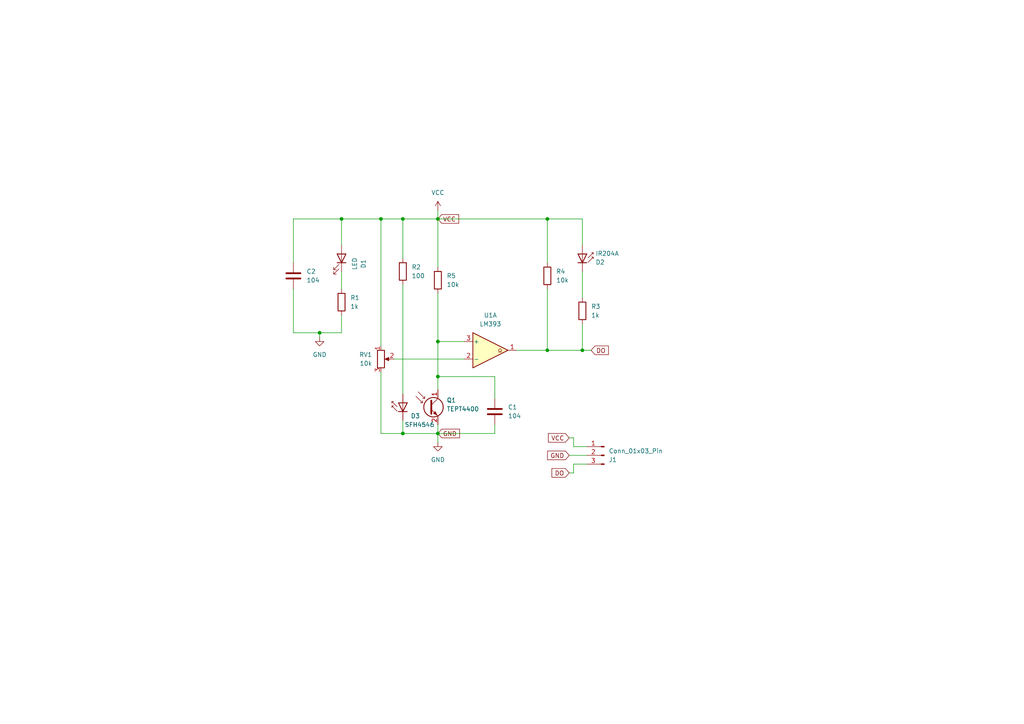
<source format=kicad_sch>
(kicad_sch (version 20231120) (generator "eeschema") (generator_version "8.0")
  (paper "A4")
  (lib_symbols
    (symbol "Comparator:LM393" (pin_names (offset 0.127))
      (property "Reference" "U" (at 3.81 3.81 0))
      (property "Value" "LM393" (at 6.35 -3.81 0))
      (symbol "LM393_1_1"
        (polyline (pts (xy -5.08 5.08) (xy 5.08 0) (xy -5.08 -5.08) (xy -5.08 5.08)) (stroke (width 0.254)) (fill (type background)))
        (polyline (pts (xy 3.302 -0.508) (xy 2.794 -0.508) (xy 3.302 0) (xy 2.794 0.508) (xy 2.286 0) (xy 2.794 -0.508) (xy 2.286 -0.508)) (stroke (width 0.127)))
        (pin open_collector line (at 7.62 0 180) (length 2.54) (name "~") (number "1"))
        (pin input line (at -7.62 -2.54 0) (length 2.54) (name "-") (number "2"))
        (pin input line (at -7.62 2.54 0) (length 2.54) (name "+") (number "3"))
      )
      (symbol "LM393_2_1"
        (polyline (pts (xy -5.08 5.08) (xy 5.08 0) (xy -5.08 -5.08) (xy -5.08 5.08)) (stroke (width 0.254)) (fill (type background)))
        (polyline (pts (xy 3.302 -0.508) (xy 2.794 -0.508) (xy 3.302 0) (xy 2.794 0.508) (xy 2.286 0) (xy 2.794 -0.508) (xy 2.286 -0.508)) (stroke (width 0.127)))
        (pin input line (at -7.62 2.54 0) (length 2.54) (name "+") (number "5"))
        (pin input line (at -7.62 -2.54 0) (length 2.54) (name "-") (number "6"))
        (pin open_collector line (at 7.62 0 180) (length 2.54) (name "~") (number "7"))
      )
      (symbol "LM393_3_1"
        (pin power_in line (at -2.54 -7.62 90) (length 3.81) (name "V-") (number "4"))
        (pin power_in line (at -2.54 7.62 270) (length 3.81) (name "V+") (number "8"))
      )
    )
    (symbol "Connector:Conn_01x03_Pin" (pin_names (offset 1.016) hide)
      (property "Reference" "J" (at 0 5.08 0))
      (property "Value" "Conn_01x03_Pin" (at 0 -5.08 0))
      (symbol "Conn_01x03_Pin_1_1"
        (polyline (pts (xy 1.27 -2.54) (xy 0.8636 -2.54)) (stroke (width 0.1524)))
        (polyline (pts (xy 1.27 0) (xy 0.8636 0)) (stroke (width 0.1524)))
        (polyline (pts (xy 1.27 2.54) (xy 0.8636 2.54)) (stroke (width 0.1524)))
        (rectangle (start 0.8636 -2.413) (end 0 -2.667) (stroke (width 0.1524)) (fill (type outline)))
        (rectangle (start 0.8636 0.127) (end 0 -0.127) (stroke (width 0.1524)) (fill (type outline)))
        (rectangle (start 0.8636 2.667) (end 0 2.413) (stroke (width 0.1524)) (fill (type outline)))
        (pin passive line (at 5.08 2.54 180) (length 3.81) (name "Pin_1") (number "1"))
        (pin passive line (at 5.08 0 180) (length 3.81) (name "Pin_2") (number "2"))
        (pin passive line (at 5.08 -2.54 180) (length 3.81) (name "Pin_3") (number "3"))
      )
    )
    (symbol "Device:C" (pin_numbers hide) (pin_names (offset 0.254))
      (property "Reference" "C" (at 0.635 2.54 0))
      (property "Value" "C" (at 0.635 -2.54 0))
      (symbol "C_0_1"
        (polyline (pts (xy -2.032 -0.762) (xy 2.032 -0.762)) (stroke (width 0.508)))
        (polyline (pts (xy -2.032 0.762) (xy 2.032 0.762)) (stroke (width 0.508)))
      )
      (symbol "C_1_1"
        (pin passive line (at 0 3.81 270) (length 2.794) (name "~") (number "1"))
        (pin passive line (at 0 -3.81 90) (length 2.794) (name "~") (number "2"))
      )
    )
    (symbol "Device:LED" (pin_numbers hide) (pin_names (offset 1.016) hide)
      (property "Reference" "D" (at 0 2.54 0))
      (property "Value" "LED" (at 0 -2.54 0))
      (symbol "LED_0_1"
        (polyline (pts (xy -1.27 -1.27) (xy -1.27 1.27)) (stroke (width 0.254)))
        (polyline (pts (xy -1.27 0) (xy 1.27 0)))
        (polyline (pts (xy 1.27 -1.27) (xy 1.27 1.27) (xy -1.27 0) (xy 1.27 -1.27)) (stroke (width 0.254)))
        (polyline (pts (xy -3.048 -0.762) (xy -4.572 -2.286) (xy -3.81 -2.286) (xy -4.572 -2.286) (xy -4.572 -1.524)))
        (polyline (pts (xy -1.778 -0.762) (xy -3.302 -2.286) (xy -2.54 -2.286) (xy -3.302 -2.286) (xy -3.302 -1.524)))
      )
      (symbol "LED_1_1"
        (pin passive line (at -3.81 0 0) (length 2.54) (name "K") (number "1"))
        (pin passive line (at 3.81 0 180) (length 2.54) (name "A") (number "2"))
      )
    )
    (symbol "Device:R" (pin_numbers hide) (pin_names (offset 0))
      (property "Reference" "R" (at 2.032 0 90))
      (property "Value" "R" (at 0 0 90))
      (symbol "R_0_1"
        (rectangle (start -1.016 -2.54) (end 1.016 2.54) (stroke (width 0.254)))
      )
      (symbol "R_1_1"
        (pin passive line (at 0 3.81 270) (length 1.27) (name "~") (number "1"))
        (pin passive line (at 0 -3.81 90) (length 1.27) (name "~") (number "2"))
      )
    )
    (symbol "Device:R_Potentiometer" (pin_names (offset 1.016) hide)
      (property "Reference" "RV" (at -4.445 0 90))
      (property "Value" "R_Potentiometer" (at -2.54 0 90))
      (symbol "R_Potentiometer_0_1"
        (polyline (pts (xy 2.54 0) (xy 1.524 0)))
        (polyline (pts (xy 1.143 0) (xy 2.286 0.508) (xy 2.286 -0.508) (xy 1.143 0)) (fill (type outline)))
        (rectangle (start 1.016 2.54) (end -1.016 -2.54) (stroke (width 0.254)))
      )
      (symbol "R_Potentiometer_1_1"
        (pin passive line (at 0 3.81 270) (length 1.27) (name "1") (number "1"))
        (pin passive line (at 3.81 0 180) (length 1.27) (name "2") (number "2"))
        (pin passive line (at 0 -3.81 90) (length 1.27) (name "3") (number "3"))
      )
    )
    (symbol "LED:IR204A" (pin_numbers hide) (pin_names (offset 1.016) hide)
      (property "Reference" "D" (at 0.508 1.778 0))
      (property "Value" "IR204A" (at -1.016 -2.794 0))
      (symbol "IR204A_0_1"
        (polyline (pts (xy -2.54 1.27) (xy -2.54 -1.27)) (stroke (width 0.254)))
        (polyline (pts (xy 0 0) (xy -2.54 0)))
        (polyline (pts (xy 0.381 3.175) (xy -0.127 3.175)))
        (polyline (pts (xy -1.143 1.651) (xy 0.381 3.175) (xy 0.381 2.667)))
        (polyline (pts (xy 0 1.27) (xy -2.54 0) (xy 0 -1.27) (xy 0 1.27)) (stroke (width 0.254)))
        (polyline (pts (xy -2.413 1.651) (xy -0.889 3.175) (xy -0.889 2.667) (xy -0.889 3.175) (xy -1.397 3.175)))
      )
      (symbol "IR204A_1_1"
        (pin passive line (at -5.08 0 0) (length 2.54) (name "K") (number "1"))
        (pin passive line (at 2.54 0 180) (length 2.54) (name "A") (number "2"))
      )
    )
    (symbol "LED:SFH4546" (pin_numbers hide) (pin_names (offset 1.016) hide)
      (property "Reference" "D" (at 0.508 1.778 0))
      (property "Value" "SFH4546" (at -1.016 -2.794 0))
      (symbol "SFH4546_0_1"
        (polyline (pts (xy -2.54 1.27) (xy -2.54 -1.27)) (stroke (width 0.254)))
        (polyline (pts (xy 0 0) (xy -2.54 0)))
        (polyline (pts (xy 0.381 3.175) (xy -0.127 3.175)))
        (polyline (pts (xy -1.143 1.651) (xy 0.381 3.175) (xy 0.381 2.667)))
        (polyline (pts (xy 0 -1.27) (xy -2.54 0) (xy 0 1.27) (xy 0 -1.27)) (stroke (width 0.254)))
        (polyline (pts (xy -2.413 1.651) (xy -0.889 3.175) (xy -0.889 2.667) (xy -0.889 3.175) (xy -1.397 3.175)))
      )
      (symbol "SFH4546_1_1"
        (pin passive line (at -5.08 0 0) (length 2.54) (name "K") (number "1"))
        (pin passive line (at 2.54 0 180) (length 2.54) (name "A") (number "2"))
      )
    )
    (symbol "Sensor_Optical:TEPT4400" (pin_names (offset 0) hide)
      (property "Reference" "Q" (at 5.08 1.27 0))
      (property "Value" "TEPT4400" (at 5.08 -1.27 0))
      (symbol "TEPT4400_0_1"
        (polyline (pts (xy -1.905 1.27) (xy -2.54 1.27)))
        (polyline (pts (xy -1.27 2.54) (xy -1.905 2.54)))
        (polyline (pts (xy 0.635 0.635) (xy 2.54 2.54)))
        (polyline (pts (xy -3.81 3.175) (xy -1.905 1.27) (xy -1.905 1.905)))
        (polyline (pts (xy -3.175 4.445) (xy -1.27 2.54) (xy -1.27 3.175)))
        (polyline (pts (xy 0.635 -0.635) (xy 2.54 -2.54) (xy 2.54 -2.54)))
        (polyline (pts (xy 0.635 1.905) (xy 0.635 -1.905) (xy 0.635 -1.905)) (stroke (width 0.508)))
        (polyline (pts (xy 1.27 -1.778) (xy 1.778 -1.27) (xy 2.286 -2.286) (xy 1.27 -1.778) (xy 1.27 -1.778)) (fill (type outline)))
        (circle (center 1.27 0) (radius 2.8194) (stroke (width 0.254)))
      )
      (symbol "TEPT4400_1_1"
        (pin passive line (at 2.54 5.08 270) (length 2.54) (name "C") (number "1"))
        (pin passive line (at 2.54 -5.08 90) (length 2.54) (name "E") (number "2"))
      )
    )
    (symbol "power:GND" (power) (pin_numbers hide) (pin_names (offset 0) hide)
      (property "Value" "GND" (at 0 -3.81 0))
      (symbol "GND_0_1"
        (polyline (pts (xy 0 0) (xy 0 -1.27) (xy 1.27 -1.27) (xy 0 -2.54) (xy -1.27 -1.27) (xy 0 -1.27)))
      )
      (symbol "GND_1_1"
        (pin power_in line (at 0 0 270) (length 0) (name "~") (number "1"))
      )
    )
    (symbol "power:VCC" (power) (pin_numbers hide) (pin_names (offset 0) hide)
      (property "Value" "VCC" (at 0 3.556 0))
      (symbol "VCC_0_1"
        (polyline (pts (xy -0.762 1.27) (xy 0 2.54)))
        (polyline (pts (xy 0 0) (xy 0 2.54)))
        (polyline (pts (xy 0 2.54) (xy 0.762 1.27)))
      )
      (symbol "VCC_1_1"
        (pin power_in line (at 0 0 90) (length 0) (name "~") (number "1"))
      )
    )
  )
  (junction (at 127 99.06))
  (junction (at 127 125.73))
  (junction (at 110.49 63.5))
  (junction (at 168.91 101.6))
  (junction (at 116.84 63.5))
  (junction (at 92.71 96.52))
  (junction (at 127 63.5))
  (junction (at 158.75 101.6))
  (junction (at 116.84 125.73))
  (junction (at 158.75 63.5))
  (junction (at 99.06 63.5))
  (junction (at 127 109.22))
  (wire (pts (xy 116.84 121.92) (xy 116.84 125.73)))
  (wire (pts (xy 116.84 74.93) (xy 116.84 63.5)))
  (wire (pts (xy 110.49 125.73) (xy 116.84 125.73)))
  (wire (pts (xy 114.3 104.14) (xy 134.62 104.14)))
  (wire (pts (xy 127 60.96) (xy 127 63.5)))
  (wire (pts (xy 166.37 129.54) (xy 170.18 129.54)))
  (wire (pts (xy 99.06 63.5) (xy 110.49 63.5)))
  (wire (pts (xy 149.86 101.6) (xy 158.75 101.6)))
  (wire (pts (xy 85.09 76.2) (xy 85.09 63.5)))
  (wire (pts (xy 110.49 63.5) (xy 116.84 63.5)))
  (wire (pts (xy 165.1 132.08) (xy 170.18 132.08)))
  (wire (pts (xy 85.09 63.5) (xy 99.06 63.5)))
  (wire (pts (xy 168.91 101.6) (xy 158.75 101.6)))
  (wire (pts (xy 168.91 101.6) (xy 171.45 101.6)))
  (wire (pts (xy 99.06 71.12) (xy 99.06 63.5)))
  (wire (pts (xy 127 85.09) (xy 127 99.06)))
  (wire (pts (xy 127 123.19) (xy 127 125.73)))
  (wire (pts (xy 166.37 134.62) (xy 170.18 134.62)))
  (wire (pts (xy 127 109.22) (xy 143.51 109.22)))
  (wire (pts (xy 92.71 96.52) (xy 99.06 96.52)))
  (wire (pts (xy 127 99.06) (xy 127 109.22)))
  (wire (pts (xy 127 125.73) (xy 143.51 125.73)))
  (wire (pts (xy 110.49 63.5) (xy 110.49 100.33)))
  (wire (pts (xy 127 63.5) (xy 158.75 63.5)))
  (wire (pts (xy 127 99.06) (xy 134.62 99.06)))
  (wire (pts (xy 165.1 127) (xy 166.37 127)))
  (wire (pts (xy 168.91 93.98) (xy 168.91 101.6)))
  (wire (pts (xy 99.06 96.52) (xy 99.06 91.44)))
  (wire (pts (xy 92.71 96.52) (xy 92.71 97.79)))
  (wire (pts (xy 158.75 63.5) (xy 168.91 63.5)))
  (wire (pts (xy 85.09 96.52) (xy 92.71 96.52)))
  (wire (pts (xy 127 77.47) (xy 127 63.5)))
  (wire (pts (xy 168.91 63.5) (xy 168.91 71.12)))
  (wire (pts (xy 143.51 109.22) (xy 143.51 115.57)))
  (wire (pts (xy 110.49 107.95) (xy 110.49 125.73)))
  (wire (pts (xy 158.75 83.82) (xy 158.75 101.6)))
  (wire (pts (xy 166.37 127) (xy 166.37 129.54)))
  (wire (pts (xy 116.84 125.73) (xy 127 125.73)))
  (wire (pts (xy 168.91 78.74) (xy 168.91 86.36)))
  (wire (pts (xy 127 109.22) (xy 127 113.03)))
  (wire (pts (xy 116.84 63.5) (xy 127 63.5)))
  (wire (pts (xy 165.1 137.16) (xy 166.37 137.16)))
  (wire (pts (xy 143.51 123.19) (xy 143.51 125.73)))
  (wire (pts (xy 158.75 63.5) (xy 158.75 76.2)))
  (wire (pts (xy 127 125.73) (xy 127 128.27)))
  (wire (pts (xy 166.37 137.16) (xy 166.37 134.62)))
  (wire (pts (xy 116.84 82.55) (xy 116.84 114.3)))
  (wire (pts (xy 85.09 83.82) (xy 85.09 96.52)))
  (wire (pts (xy 99.06 78.74) (xy 99.06 83.82)))
  (global_label "VCC" (shape input) (at 165.1 127 180) (property "Intersheetrefs" "${INTERSHEET_REFS}" (effects (hide yes))))
  (global_label "DO" (shape input) (at 165.1 137.16 180) (property "Intersheetrefs" "${INTERSHEET_REFS}" (effects (hide yes))))
  (global_label "GND" (shape input) (at 165.1 132.08 180) (property "Intersheetrefs" "${INTERSHEET_REFS}" (effects (hide yes))))
  (global_label "DO" (shape input) (at 171.45 101.6 0) (property "Intersheetrefs" "${INTERSHEET_REFS}" (effects (hide yes))))
  (global_label "GND" (shape input) (at 127 125.73 0) (property "Intersheetrefs" "${INTERSHEET_REFS}" (effects (hide yes))))
  (global_label "VCC" (shape input) (at 127 63.5 0) (property "Intersheetrefs" "${INTERSHEET_REFS}" (effects (hide yes))))
  (symbol (lib_id "LED:IR204A") (at 168.91 73.66 270) (mirror x) (unit 1)
    (property "Reference" "D2" (at 172.72 76.0731 90) (effects (justify left)))
    (property "Value" "IR204A" (at 172.72 73.5331 90) (effects (justify left)))
    (property "Footprint" "LED_THT:LED_D3.0mm_Horizontal_O1.27mm_Z2.0mm_IRBlack" (effects (hide yes)))
    (property "Datasheet" "http://www.everlight.com/file/ProductFile/IR204-A.pdf" (effects (hide yes)))
    (property "Description" "Infrared LED , 3mm LED package" (effects (hide yes)))
  )
  (symbol (lib_id "Device:C") (at 143.51 119.38 0) (unit 1)
    (property "Reference" "C1" (at 147.32 118.1099 0) (effects (justify left)))
    (property "Value" "104" (at 147.32 120.6499 0) (effects (justify left)))
    (property "Footprint" "Capacitor_SMD:C_0201_0603Metric" (effects (hide yes)))
    (property "Description" "Unpolarized capacitor" (effects (hide yes)))
  )
  (symbol (lib_id "Device:R") (at 127 81.28 0) (unit 1)
    (property "Reference" "R5" (at 129.54 80.0099 0) (effects (justify left)))
    (property "Value" "10k" (at 129.54 82.5499 0) (effects (justify left)))
    (property "Footprint" "Resistor_SMD:R_0201_0603Metric" (effects (hide yes)))
    (property "Description" "Resistor" (effects (hide yes)))
  )
  (symbol (lib_id "Device:R") (at 158.75 80.01 0) (unit 1)
    (property "Reference" "R4" (at 161.29 78.7399 0) (effects (justify left)))
    (property "Value" "10k" (at 161.29 81.2799 0) (effects (justify left)))
    (property "Footprint" "Resistor_SMD:R_0201_0603Metric" (effects (hide yes)))
    (property "Description" "Resistor" (effects (hide yes)))
  )
  (symbol (lib_id "Device:R") (at 116.84 78.74 0) (unit 1)
    (property "Reference" "R2" (at 119.38 77.4699 0) (effects (justify left)))
    (property "Value" "100" (at 119.38 80.0099 0) (effects (justify left)))
    (property "Footprint" "Resistor_SMD:R_0201_0603Metric" (effects (hide yes)))
    (property "Description" "Resistor" (effects (hide yes)))
  )
  (symbol (lib_id "LED:SFH4546") (at 116.84 116.84 90) (unit 1)
    (property "Reference" "D3" (at 119.126 120.65 90) (effects (justify right)))
    (property "Value" "SFH4546" (at 117.348 123.19 90) (effects (justify right)))
    (property "Footprint" "LED_THT:LED_D5.0mm_IRGrey" (effects (hide yes)))
    (property "Datasheet" "http://www.osram-os.com/Graphics/XPic1/00101982_0.pdf" (effects (hide yes)))
    (property "Description" "High-Power IR LED 940nm" (effects (hide yes)))
  )
  (symbol (lib_id "Comparator:LM393") (at 142.24 101.6 0) (unit 1)
    (property "Reference" "U1" (at 142.24 91.44 0))
    (property "Value" "LM393" (at 142.24 93.98 0))
    (property "Footprint" "Package_SO:SOIC-8-1EP_3.9x4.9mm_P1.27mm_EP2.29x3mm" (effects (hide yes)))
    (property "Datasheet" "http://www.ti.com/lit/ds/symlink/lm393.pdf" (effects (hide yes)))
    (property "Description" "Low-Power, Low-Offset Voltage, Dual Comparators, DIP-8/SOIC-8/TO-99-8" (effects (hide yes)))
  )
  (symbol (lib_id "Device:R") (at 99.06 87.63 0) (unit 1)
    (property "Reference" "R1" (at 101.6 86.3599 0) (effects (justify left)))
    (property "Value" "1k" (at 101.6 88.8999 0) (effects (justify left)))
    (property "Footprint" "Resistor_SMD:R_0201_0603Metric" (effects (hide yes)))
    (property "Description" "Resistor" (effects (hide yes)))
  )
  (symbol (lib_id "Sensor_Optical:TEPT4400") (at 124.46 118.11 0) (unit 1)
    (property "Reference" "Q1" (at 129.54 116.0906 0) (effects (justify left)))
    (property "Value" "TEPT4400" (at 129.54 118.6306 0) (effects (justify left)))
    (property "Footprint" "LED_THT:LED_D3.0mm_Clear" (effects (hide yes)))
    (property "Datasheet" "https://www.vishay.com/docs/81341/tept4400.pdf" (effects (hide yes)))
    (property "Description" "Ambient Light Sensor, NPN Epitaxial Planar Phototransistor, T-1" (effects (hide yes)))
  )
  (symbol (lib_id "Device:C") (at 85.09 80.01 0) (unit 1)
    (property "Reference" "C2" (at 88.9 78.7399 0) (effects (justify left)))
    (property "Value" "104" (at 88.9 81.2799 0) (effects (justify left)))
    (property "Footprint" "Capacitor_SMD:C_0201_0603Metric" (effects (hide yes)))
    (property "Description" "Unpolarized capacitor" (effects (hide yes)))
  )
  (symbol (lib_id "power:VCC") (at 127 60.96 0) (unit 1)
    (property "Reference" "#PWR03" (effects (hide yes)))
    (property "Value" "VCC" (at 127 55.88 0))
    (property "Description" "Power symbol creates a global label with name \"VCC\"" (effects (hide yes)))
  )
  (symbol (lib_id "Device:LED") (at 99.06 74.93 270) (mirror x) (unit 1)
    (property "Reference" "D1" (at 105.41 76.5175 0))
    (property "Value" "LED" (at 102.87 76.5175 0))
    (property "Footprint" "LED_THT:LED_D5.0mm_Horizontal_O1.27mm_Z15.0mm" (effects (hide yes)))
    (property "Description" "Light emitting diode" (effects (hide yes)))
  )
  (symbol (lib_id "Device:R_Potentiometer") (at 110.49 104.14 0) (unit 1)
    (property "Reference" "RV1" (at 107.95 102.8699 0) (effects (justify right)))
    (property "Value" "10k" (at 107.95 105.4099 0) (effects (justify right)))
    (property "Footprint" "Potentiometer_THT:Potentiometer_Bourns_3339P_Vertical_HandSoldering" (effects (hide yes)))
    (property "Description" "Potentiometer" (effects (hide yes)))
  )
  (symbol (lib_id "power:GND") (at 92.71 97.79 0) (unit 1)
    (property "Reference" "#PWR02" (effects (hide yes)))
    (property "Value" "GND" (at 92.71 102.87 0))
    (property "Description" "Power symbol creates a global label with name \"GND\" , ground" (effects (hide yes)))
  )
  (symbol (lib_id "Connector:Conn_01x03_Pin") (at 175.26 132.08 0) (mirror y) (unit 1)
    (property "Reference" "J1" (at 176.53 133.3501 0) (effects (justify right)))
    (property "Value" "Conn_01x03_Pin" (at 176.53 130.8101 0) (effects (justify right)))
    (property "Footprint" "Connector_PinHeader_1.00mm:PinHeader_1x03_P1.00mm_Vertical_SMD_Pin1Left" (effects (hide yes)))
    (property "Description" "Generic connector, single row, 01x03, script generated" (effects (hide yes)))
  )
  (symbol (lib_id "power:GND") (at 127 128.27 0) (unit 1)
    (property "Reference" "#PWR01" (effects (hide yes)))
    (property "Value" "GND" (at 127 133.35 0))
    (property "Description" "Power symbol creates a global label with name \"GND\" , ground" (effects (hide yes)))
  )
  (symbol (lib_id "Device:R") (at 168.91 90.17 0) (unit 1)
    (property "Reference" "R3" (at 171.45 88.8999 0) (effects (justify left)))
    (property "Value" "1k" (at 171.45 91.4399 0) (effects (justify left)))
    (property "Footprint" "Resistor_SMD:R_0201_0603Metric" (effects (hide yes)))
    (property "Description" "Resistor" (effects (hide yes)))
  )
)
</source>
